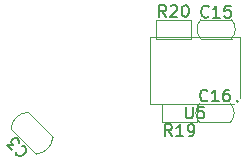
<source format=gto>
%TF.GenerationSoftware,KiCad,Pcbnew,(6.0.8)*%
%TF.CreationDate,2022-10-29T05:30:09+02:00*%
%TF.ProjectId,view_base,76696577-5f62-4617-9365-2e6b69636164,rev?*%
%TF.SameCoordinates,Original*%
%TF.FileFunction,Legend,Top*%
%TF.FilePolarity,Positive*%
%FSLAX46Y46*%
G04 Gerber Fmt 4.6, Leading zero omitted, Abs format (unit mm)*
G04 Created by KiCad (PCBNEW (6.0.8)) date 2022-10-29 05:30:09*
%MOMM*%
%LPD*%
G01*
G04 APERTURE LIST*
%ADD10C,0.150000*%
%ADD11C,0.120000*%
%ADD12C,0.200000*%
G04 APERTURE END LIST*
D10*
%TO.C,R19*%
X98057142Y-105552380D02*
X97723809Y-105076190D01*
X97485714Y-105552380D02*
X97485714Y-104552380D01*
X97866666Y-104552380D01*
X97961904Y-104600000D01*
X98009523Y-104647619D01*
X98057142Y-104742857D01*
X98057142Y-104885714D01*
X98009523Y-104980952D01*
X97961904Y-105028571D01*
X97866666Y-105076190D01*
X97485714Y-105076190D01*
X99009523Y-105552380D02*
X98438095Y-105552380D01*
X98723809Y-105552380D02*
X98723809Y-104552380D01*
X98628571Y-104695238D01*
X98533333Y-104790476D01*
X98438095Y-104838095D01*
X99485714Y-105552380D02*
X99676190Y-105552380D01*
X99771428Y-105504761D01*
X99819047Y-105457142D01*
X99914285Y-105314285D01*
X99961904Y-105123809D01*
X99961904Y-104742857D01*
X99914285Y-104647619D01*
X99866666Y-104600000D01*
X99771428Y-104552380D01*
X99580952Y-104552380D01*
X99485714Y-104600000D01*
X99438095Y-104647619D01*
X99390476Y-104742857D01*
X99390476Y-104980952D01*
X99438095Y-105076190D01*
X99485714Y-105123809D01*
X99580952Y-105171428D01*
X99771428Y-105171428D01*
X99866666Y-105123809D01*
X99914285Y-105076190D01*
X99961904Y-104980952D01*
%TO.C,R20*%
X97557142Y-95452380D02*
X97223809Y-94976190D01*
X96985714Y-95452380D02*
X96985714Y-94452380D01*
X97366666Y-94452380D01*
X97461904Y-94500000D01*
X97509523Y-94547619D01*
X97557142Y-94642857D01*
X97557142Y-94785714D01*
X97509523Y-94880952D01*
X97461904Y-94928571D01*
X97366666Y-94976190D01*
X96985714Y-94976190D01*
X97938095Y-94547619D02*
X97985714Y-94500000D01*
X98080952Y-94452380D01*
X98319047Y-94452380D01*
X98414285Y-94500000D01*
X98461904Y-94547619D01*
X98509523Y-94642857D01*
X98509523Y-94738095D01*
X98461904Y-94880952D01*
X97890476Y-95452380D01*
X98509523Y-95452380D01*
X99128571Y-94452380D02*
X99223809Y-94452380D01*
X99319047Y-94500000D01*
X99366666Y-94547619D01*
X99414285Y-94642857D01*
X99461904Y-94833333D01*
X99461904Y-95071428D01*
X99414285Y-95261904D01*
X99366666Y-95357142D01*
X99319047Y-95404761D01*
X99223809Y-95452380D01*
X99128571Y-95452380D01*
X99033333Y-95404761D01*
X98985714Y-95357142D01*
X98938095Y-95261904D01*
X98890476Y-95071428D01*
X98890476Y-94833333D01*
X98938095Y-94642857D01*
X98985714Y-94547619D01*
X99033333Y-94500000D01*
X99128571Y-94452380D01*
%TO.C,C16*%
X101057142Y-102527142D02*
X101009523Y-102574761D01*
X100866666Y-102622380D01*
X100771428Y-102622380D01*
X100628571Y-102574761D01*
X100533333Y-102479523D01*
X100485714Y-102384285D01*
X100438095Y-102193809D01*
X100438095Y-102050952D01*
X100485714Y-101860476D01*
X100533333Y-101765238D01*
X100628571Y-101670000D01*
X100771428Y-101622380D01*
X100866666Y-101622380D01*
X101009523Y-101670000D01*
X101057142Y-101717619D01*
X102009523Y-102622380D02*
X101438095Y-102622380D01*
X101723809Y-102622380D02*
X101723809Y-101622380D01*
X101628571Y-101765238D01*
X101533333Y-101860476D01*
X101438095Y-101908095D01*
X102866666Y-101622380D02*
X102676190Y-101622380D01*
X102580952Y-101670000D01*
X102533333Y-101717619D01*
X102438095Y-101860476D01*
X102390476Y-102050952D01*
X102390476Y-102431904D01*
X102438095Y-102527142D01*
X102485714Y-102574761D01*
X102580952Y-102622380D01*
X102771428Y-102622380D01*
X102866666Y-102574761D01*
X102914285Y-102527142D01*
X102961904Y-102431904D01*
X102961904Y-102193809D01*
X102914285Y-102098571D01*
X102866666Y-102050952D01*
X102771428Y-102003333D01*
X102580952Y-102003333D01*
X102485714Y-102050952D01*
X102438095Y-102098571D01*
X102390476Y-102193809D01*
%TO.C,C3*%
X85382450Y-106353251D02*
X85449793Y-106353251D01*
X85584480Y-106420595D01*
X85651824Y-106487939D01*
X85719167Y-106622626D01*
X85719167Y-106757313D01*
X85685496Y-106858328D01*
X85584480Y-107026687D01*
X85483465Y-107127702D01*
X85315106Y-107228717D01*
X85214091Y-107262389D01*
X85079404Y-107262389D01*
X84944717Y-107195045D01*
X84877373Y-107127702D01*
X84810030Y-106993015D01*
X84810030Y-106925671D01*
X84506984Y-106757313D02*
X84069251Y-106319580D01*
X84574328Y-106285908D01*
X84473312Y-106184893D01*
X84439641Y-106083877D01*
X84439641Y-106016534D01*
X84473312Y-105915519D01*
X84641671Y-105747160D01*
X84742686Y-105713488D01*
X84810030Y-105713488D01*
X84911045Y-105747160D01*
X85113076Y-105949190D01*
X85146748Y-106050206D01*
X85146748Y-106117549D01*
%TO.C,U5*%
X99238095Y-103052380D02*
X99238095Y-103861904D01*
X99285714Y-103957142D01*
X99333333Y-104004761D01*
X99428571Y-104052380D01*
X99619047Y-104052380D01*
X99714285Y-104004761D01*
X99761904Y-103957142D01*
X99809523Y-103861904D01*
X99809523Y-103052380D01*
X100761904Y-103052380D02*
X100285714Y-103052380D01*
X100238095Y-103528571D01*
X100285714Y-103480952D01*
X100380952Y-103433333D01*
X100619047Y-103433333D01*
X100714285Y-103480952D01*
X100761904Y-103528571D01*
X100809523Y-103623809D01*
X100809523Y-103861904D01*
X100761904Y-103957142D01*
X100714285Y-104004761D01*
X100619047Y-104052380D01*
X100380952Y-104052380D01*
X100285714Y-104004761D01*
X100238095Y-103957142D01*
%TO.C,C15*%
X101157142Y-95427142D02*
X101109523Y-95474761D01*
X100966666Y-95522380D01*
X100871428Y-95522380D01*
X100728571Y-95474761D01*
X100633333Y-95379523D01*
X100585714Y-95284285D01*
X100538095Y-95093809D01*
X100538095Y-94950952D01*
X100585714Y-94760476D01*
X100633333Y-94665238D01*
X100728571Y-94570000D01*
X100871428Y-94522380D01*
X100966666Y-94522380D01*
X101109523Y-94570000D01*
X101157142Y-94617619D01*
X102109523Y-95522380D02*
X101538095Y-95522380D01*
X101823809Y-95522380D02*
X101823809Y-94522380D01*
X101728571Y-94665238D01*
X101633333Y-94760476D01*
X101538095Y-94808095D01*
X103014285Y-94522380D02*
X102538095Y-94522380D01*
X102490476Y-94998571D01*
X102538095Y-94950952D01*
X102633333Y-94903333D01*
X102871428Y-94903333D01*
X102966666Y-94950952D01*
X103014285Y-94998571D01*
X103061904Y-95093809D01*
X103061904Y-95331904D01*
X103014285Y-95427142D01*
X102966666Y-95474761D01*
X102871428Y-95522380D01*
X102633333Y-95522380D01*
X102538095Y-95474761D01*
X102490476Y-95427142D01*
D11*
%TO.C,R19*%
X100200000Y-102800000D02*
X97200000Y-102800000D01*
X97200000Y-102800000D02*
X97200000Y-104400000D01*
X100200000Y-104400000D02*
X100200000Y-102800000D01*
X97200000Y-104400000D02*
X100200000Y-104400000D01*
%TO.C,R20*%
X96700000Y-95700000D02*
X96700000Y-97300000D01*
X99700000Y-97300000D02*
X99700000Y-95700000D01*
X99700000Y-95700000D02*
X96700000Y-95700000D01*
X96700000Y-97300000D02*
X99700000Y-97300000D01*
%TO.C,C16*%
X103000000Y-102799998D02*
X100400000Y-102800000D01*
X100400000Y-104400002D02*
X103000000Y-104400000D01*
X103000000Y-104400000D02*
G75*
G03*
X103000000Y-102799998I-840224J800001D01*
G01*
X100400000Y-102800000D02*
G75*
G03*
X100400000Y-104400002I840224J-800001D01*
G01*
%TO.C,C3*%
X87967767Y-105653553D02*
X85846447Y-103532233D01*
X84432233Y-104946447D02*
X86553553Y-107067767D01*
X85846447Y-103532233D02*
G75*
G03*
X84432233Y-104946447I86446J-1500660D01*
G01*
X86553553Y-107067767D02*
G75*
G03*
X87967767Y-105653553I-86446J1500660D01*
G01*
%TO.C,U5*%
X103800000Y-102300000D02*
X103800000Y-97200000D01*
X96200000Y-97200000D02*
X96200000Y-102800000D01*
X103800000Y-97200000D02*
X96200000Y-97200000D01*
X96200000Y-102800000D02*
X103300000Y-102800000D01*
D12*
X103663500Y-102600000D02*
G75*
G03*
X103663500Y-102600000I-63500J0D01*
G01*
D11*
%TO.C,C15*%
X100500000Y-97300002D02*
X103100000Y-97300000D01*
X103100000Y-95699998D02*
X100500000Y-95700000D01*
X103100000Y-97300000D02*
G75*
G03*
X103100000Y-95699998I-840224J800001D01*
G01*
X100500000Y-95700000D02*
G75*
G03*
X100500000Y-97300002I840224J-800001D01*
G01*
%TD*%
M02*

</source>
